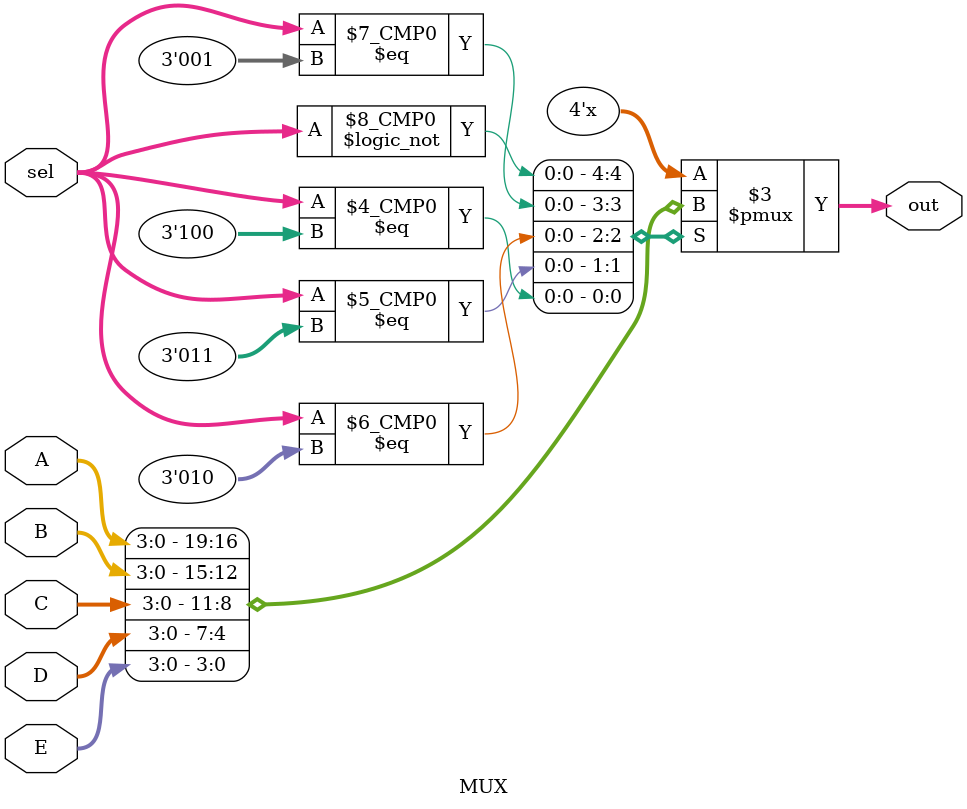
<source format=sv>
`timescale 1ns / 1ps


module MUX(
    input logic [3:0] A,B,C,D,E,
    input logic [2:0] sel,
    output logic [3:0] out
    );
    
    always_comb begin 
        case (sel)
           3'd0 : out = A;
           3'd1 : out = B;
           3'd2 : out = C;
           3'd3 : out = D;
           3'd4 : out = E;
        endcase
    end
endmodule
</source>
